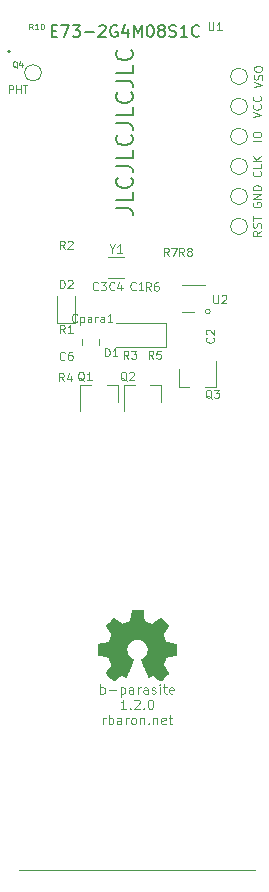
<source format=gbr>
G04 #@! TF.GenerationSoftware,KiCad,Pcbnew,(5.1.2-1)-1*
G04 #@! TF.CreationDate,2021-10-09T10:13:21+02:00*
G04 #@! TF.ProjectId,parasite,70617261-7369-4746-952e-6b696361645f,1.2.0*
G04 #@! TF.SameCoordinates,Original*
G04 #@! TF.FileFunction,Legend,Top*
G04 #@! TF.FilePolarity,Positive*
%FSLAX46Y46*%
G04 Gerber Fmt 4.6, Leading zero omitted, Abs format (unit mm)*
G04 Created by KiCad (PCBNEW (5.1.2-1)-1) date 2021-10-09 10:13:21*
%MOMM*%
%LPD*%
G04 APERTURE LIST*
%ADD10C,0.200000*%
%ADD11C,0.120000*%
%ADD12C,0.100000*%
%ADD13C,0.010000*%
%ADD14C,0.150000*%
G04 APERTURE END LIST*
D10*
X66233333Y-42966666D02*
X67233333Y-42966666D01*
X67433333Y-43033333D01*
X67566666Y-43166666D01*
X67633333Y-43366666D01*
X67633333Y-43500000D01*
X67633333Y-41633333D02*
X67633333Y-42300000D01*
X66233333Y-42300000D01*
X67500000Y-40366666D02*
X67566666Y-40433333D01*
X67633333Y-40633333D01*
X67633333Y-40766666D01*
X67566666Y-40966666D01*
X67433333Y-41100000D01*
X67300000Y-41166666D01*
X67033333Y-41233333D01*
X66833333Y-41233333D01*
X66566666Y-41166666D01*
X66433333Y-41100000D01*
X66300000Y-40966666D01*
X66233333Y-40766666D01*
X66233333Y-40633333D01*
X66300000Y-40433333D01*
X66366666Y-40366666D01*
X66233333Y-39366666D02*
X67233333Y-39366666D01*
X67433333Y-39433333D01*
X67566666Y-39566666D01*
X67633333Y-39766666D01*
X67633333Y-39900000D01*
X67633333Y-38033333D02*
X67633333Y-38700000D01*
X66233333Y-38700000D01*
X67500000Y-36766666D02*
X67566666Y-36833333D01*
X67633333Y-37033333D01*
X67633333Y-37166666D01*
X67566666Y-37366666D01*
X67433333Y-37500000D01*
X67300000Y-37566666D01*
X67033333Y-37633333D01*
X66833333Y-37633333D01*
X66566666Y-37566666D01*
X66433333Y-37500000D01*
X66300000Y-37366666D01*
X66233333Y-37166666D01*
X66233333Y-37033333D01*
X66300000Y-36833333D01*
X66366666Y-36766666D01*
X66233333Y-35766666D02*
X67233333Y-35766666D01*
X67433333Y-35833333D01*
X67566666Y-35966666D01*
X67633333Y-36166666D01*
X67633333Y-36300000D01*
X67633333Y-34433333D02*
X67633333Y-35100000D01*
X66233333Y-35100000D01*
X67500000Y-33166666D02*
X67566666Y-33233333D01*
X67633333Y-33433333D01*
X67633333Y-33566666D01*
X67566666Y-33766666D01*
X67433333Y-33900000D01*
X67300000Y-33966666D01*
X67033333Y-34033333D01*
X66833333Y-34033333D01*
X66566666Y-33966666D01*
X66433333Y-33900000D01*
X66300000Y-33766666D01*
X66233333Y-33566666D01*
X66233333Y-33433333D01*
X66300000Y-33233333D01*
X66366666Y-33166666D01*
X66233333Y-32166666D02*
X67233333Y-32166666D01*
X67433333Y-32233333D01*
X67566666Y-32366666D01*
X67633333Y-32566666D01*
X67633333Y-32700000D01*
X67633333Y-30833333D02*
X67633333Y-31500000D01*
X66233333Y-31500000D01*
X67500000Y-29566666D02*
X67566666Y-29633333D01*
X67633333Y-29833333D01*
X67633333Y-29966666D01*
X67566666Y-30166666D01*
X67433333Y-30300000D01*
X67300000Y-30366666D01*
X67033333Y-30433333D01*
X66833333Y-30433333D01*
X66566666Y-30366666D01*
X66433333Y-30300000D01*
X66300000Y-30166666D01*
X66233333Y-29966666D01*
X66233333Y-29833333D01*
X66300000Y-29633333D01*
X66366666Y-29566666D01*
D11*
X74200000Y-51700000D02*
G75*
G03X74200000Y-51700000I-200000J0D01*
G01*
D12*
X64914285Y-84061904D02*
X64914285Y-83261904D01*
X64914285Y-83566666D02*
X64990476Y-83528571D01*
X65142857Y-83528571D01*
X65219047Y-83566666D01*
X65257142Y-83604761D01*
X65295238Y-83680952D01*
X65295238Y-83909523D01*
X65257142Y-83985714D01*
X65219047Y-84023809D01*
X65142857Y-84061904D01*
X64990476Y-84061904D01*
X64914285Y-84023809D01*
X65638095Y-83757142D02*
X66247619Y-83757142D01*
X66628571Y-83528571D02*
X66628571Y-84328571D01*
X66628571Y-83566666D02*
X66704761Y-83528571D01*
X66857142Y-83528571D01*
X66933333Y-83566666D01*
X66971428Y-83604761D01*
X67009523Y-83680952D01*
X67009523Y-83909523D01*
X66971428Y-83985714D01*
X66933333Y-84023809D01*
X66857142Y-84061904D01*
X66704761Y-84061904D01*
X66628571Y-84023809D01*
X67695238Y-84061904D02*
X67695238Y-83642857D01*
X67657142Y-83566666D01*
X67580952Y-83528571D01*
X67428571Y-83528571D01*
X67352380Y-83566666D01*
X67695238Y-84023809D02*
X67619047Y-84061904D01*
X67428571Y-84061904D01*
X67352380Y-84023809D01*
X67314285Y-83947619D01*
X67314285Y-83871428D01*
X67352380Y-83795238D01*
X67428571Y-83757142D01*
X67619047Y-83757142D01*
X67695238Y-83719047D01*
X68076190Y-84061904D02*
X68076190Y-83528571D01*
X68076190Y-83680952D02*
X68114285Y-83604761D01*
X68152380Y-83566666D01*
X68228571Y-83528571D01*
X68304761Y-83528571D01*
X68914285Y-84061904D02*
X68914285Y-83642857D01*
X68876190Y-83566666D01*
X68800000Y-83528571D01*
X68647619Y-83528571D01*
X68571428Y-83566666D01*
X68914285Y-84023809D02*
X68838095Y-84061904D01*
X68647619Y-84061904D01*
X68571428Y-84023809D01*
X68533333Y-83947619D01*
X68533333Y-83871428D01*
X68571428Y-83795238D01*
X68647619Y-83757142D01*
X68838095Y-83757142D01*
X68914285Y-83719047D01*
X69257142Y-84023809D02*
X69333333Y-84061904D01*
X69485714Y-84061904D01*
X69561904Y-84023809D01*
X69600000Y-83947619D01*
X69600000Y-83909523D01*
X69561904Y-83833333D01*
X69485714Y-83795238D01*
X69371428Y-83795238D01*
X69295238Y-83757142D01*
X69257142Y-83680952D01*
X69257142Y-83642857D01*
X69295238Y-83566666D01*
X69371428Y-83528571D01*
X69485714Y-83528571D01*
X69561904Y-83566666D01*
X69942857Y-84061904D02*
X69942857Y-83528571D01*
X69942857Y-83261904D02*
X69904761Y-83300000D01*
X69942857Y-83338095D01*
X69980952Y-83300000D01*
X69942857Y-83261904D01*
X69942857Y-83338095D01*
X70209523Y-83528571D02*
X70514285Y-83528571D01*
X70323809Y-83261904D02*
X70323809Y-83947619D01*
X70361904Y-84023809D01*
X70438095Y-84061904D01*
X70514285Y-84061904D01*
X71085714Y-84023809D02*
X71009523Y-84061904D01*
X70857142Y-84061904D01*
X70780952Y-84023809D01*
X70742857Y-83947619D01*
X70742857Y-83642857D01*
X70780952Y-83566666D01*
X70857142Y-83528571D01*
X71009523Y-83528571D01*
X71085714Y-83566666D01*
X71123809Y-83642857D01*
X71123809Y-83719047D01*
X70742857Y-83795238D01*
X67085714Y-85361904D02*
X66628571Y-85361904D01*
X66857142Y-85361904D02*
X66857142Y-84561904D01*
X66780952Y-84676190D01*
X66704761Y-84752380D01*
X66628571Y-84790476D01*
X67428571Y-85285714D02*
X67466666Y-85323809D01*
X67428571Y-85361904D01*
X67390476Y-85323809D01*
X67428571Y-85285714D01*
X67428571Y-85361904D01*
X67771428Y-84638095D02*
X67809523Y-84600000D01*
X67885714Y-84561904D01*
X68076190Y-84561904D01*
X68152380Y-84600000D01*
X68190476Y-84638095D01*
X68228571Y-84714285D01*
X68228571Y-84790476D01*
X68190476Y-84904761D01*
X67733333Y-85361904D01*
X68228571Y-85361904D01*
X68571428Y-85285714D02*
X68609523Y-85323809D01*
X68571428Y-85361904D01*
X68533333Y-85323809D01*
X68571428Y-85285714D01*
X68571428Y-85361904D01*
X69104761Y-84561904D02*
X69180952Y-84561904D01*
X69257142Y-84600000D01*
X69295238Y-84638095D01*
X69333333Y-84714285D01*
X69371428Y-84866666D01*
X69371428Y-85057142D01*
X69333333Y-85209523D01*
X69295238Y-85285714D01*
X69257142Y-85323809D01*
X69180952Y-85361904D01*
X69104761Y-85361904D01*
X69028571Y-85323809D01*
X68990476Y-85285714D01*
X68952380Y-85209523D01*
X68914285Y-85057142D01*
X68914285Y-84866666D01*
X68952380Y-84714285D01*
X68990476Y-84638095D01*
X69028571Y-84600000D01*
X69104761Y-84561904D01*
X65123809Y-86661904D02*
X65123809Y-86128571D01*
X65123809Y-86280952D02*
X65161904Y-86204761D01*
X65200000Y-86166666D01*
X65276190Y-86128571D01*
X65352380Y-86128571D01*
X65619047Y-86661904D02*
X65619047Y-85861904D01*
X65619047Y-86166666D02*
X65695238Y-86128571D01*
X65847619Y-86128571D01*
X65923809Y-86166666D01*
X65961904Y-86204761D01*
X66000000Y-86280952D01*
X66000000Y-86509523D01*
X65961904Y-86585714D01*
X65923809Y-86623809D01*
X65847619Y-86661904D01*
X65695238Y-86661904D01*
X65619047Y-86623809D01*
X66685714Y-86661904D02*
X66685714Y-86242857D01*
X66647619Y-86166666D01*
X66571428Y-86128571D01*
X66419047Y-86128571D01*
X66342857Y-86166666D01*
X66685714Y-86623809D02*
X66609523Y-86661904D01*
X66419047Y-86661904D01*
X66342857Y-86623809D01*
X66304761Y-86547619D01*
X66304761Y-86471428D01*
X66342857Y-86395238D01*
X66419047Y-86357142D01*
X66609523Y-86357142D01*
X66685714Y-86319047D01*
X67066666Y-86661904D02*
X67066666Y-86128571D01*
X67066666Y-86280952D02*
X67104761Y-86204761D01*
X67142857Y-86166666D01*
X67219047Y-86128571D01*
X67295238Y-86128571D01*
X67676190Y-86661904D02*
X67600000Y-86623809D01*
X67561904Y-86585714D01*
X67523809Y-86509523D01*
X67523809Y-86280952D01*
X67561904Y-86204761D01*
X67600000Y-86166666D01*
X67676190Y-86128571D01*
X67790476Y-86128571D01*
X67866666Y-86166666D01*
X67904761Y-86204761D01*
X67942857Y-86280952D01*
X67942857Y-86509523D01*
X67904761Y-86585714D01*
X67866666Y-86623809D01*
X67790476Y-86661904D01*
X67676190Y-86661904D01*
X68285714Y-86128571D02*
X68285714Y-86661904D01*
X68285714Y-86204761D02*
X68323809Y-86166666D01*
X68400000Y-86128571D01*
X68514285Y-86128571D01*
X68590476Y-86166666D01*
X68628571Y-86242857D01*
X68628571Y-86661904D01*
X69009523Y-86585714D02*
X69047619Y-86623809D01*
X69009523Y-86661904D01*
X68971428Y-86623809D01*
X69009523Y-86585714D01*
X69009523Y-86661904D01*
X69390476Y-86128571D02*
X69390476Y-86661904D01*
X69390476Y-86204761D02*
X69428571Y-86166666D01*
X69504761Y-86128571D01*
X69619047Y-86128571D01*
X69695238Y-86166666D01*
X69733333Y-86242857D01*
X69733333Y-86661904D01*
X70419047Y-86623809D02*
X70342857Y-86661904D01*
X70190476Y-86661904D01*
X70114285Y-86623809D01*
X70076190Y-86547619D01*
X70076190Y-86242857D01*
X70114285Y-86166666D01*
X70190476Y-86128571D01*
X70342857Y-86128571D01*
X70419047Y-86166666D01*
X70457142Y-86242857D01*
X70457142Y-86319047D01*
X70076190Y-86395238D01*
X70685714Y-86128571D02*
X70990476Y-86128571D01*
X70800000Y-85861904D02*
X70800000Y-86547619D01*
X70838095Y-86623809D01*
X70914285Y-86661904D01*
X70990476Y-86661904D01*
D11*
X58000000Y-99000000D02*
X78000000Y-99000000D01*
X59900000Y-31500000D02*
G75*
G03X59900000Y-31500000I-700000J0D01*
G01*
D10*
X57250000Y-29700000D02*
G75*
G03X57250000Y-29700000I-100000J0D01*
G01*
D13*
G36*
X68555814Y-77468931D02*
G01*
X68639635Y-77913555D01*
X68948920Y-78041053D01*
X69258206Y-78168551D01*
X69629246Y-77916246D01*
X69733157Y-77845996D01*
X69827087Y-77783272D01*
X69906652Y-77730938D01*
X69967470Y-77691857D01*
X70005157Y-77668893D01*
X70015421Y-77663942D01*
X70033910Y-77676676D01*
X70073420Y-77711882D01*
X70129522Y-77765062D01*
X70197787Y-77831718D01*
X70273786Y-77907354D01*
X70353092Y-77987472D01*
X70431275Y-78067574D01*
X70503907Y-78143164D01*
X70566559Y-78209745D01*
X70614803Y-78262818D01*
X70644210Y-78297887D01*
X70651241Y-78309623D01*
X70641123Y-78331260D01*
X70612759Y-78378662D01*
X70569129Y-78447193D01*
X70513218Y-78532215D01*
X70448006Y-78629093D01*
X70410219Y-78684350D01*
X70341343Y-78785248D01*
X70280140Y-78876299D01*
X70229578Y-78952970D01*
X70192628Y-79010728D01*
X70172258Y-79045043D01*
X70169197Y-79052254D01*
X70176136Y-79072748D01*
X70195051Y-79120513D01*
X70223087Y-79188832D01*
X70257391Y-79270989D01*
X70295109Y-79360270D01*
X70333387Y-79449958D01*
X70369370Y-79533338D01*
X70400206Y-79603694D01*
X70423039Y-79654310D01*
X70435017Y-79678471D01*
X70435724Y-79679422D01*
X70454531Y-79684036D01*
X70504618Y-79694328D01*
X70580793Y-79709287D01*
X70677865Y-79727901D01*
X70790643Y-79749159D01*
X70856442Y-79761418D01*
X70976950Y-79784362D01*
X71085797Y-79806195D01*
X71177476Y-79825722D01*
X71246481Y-79841748D01*
X71287304Y-79853079D01*
X71295511Y-79856674D01*
X71303548Y-79881006D01*
X71310033Y-79935959D01*
X71314970Y-80015108D01*
X71318364Y-80112026D01*
X71320218Y-80220287D01*
X71320538Y-80333465D01*
X71319327Y-80445135D01*
X71316590Y-80548868D01*
X71312331Y-80638241D01*
X71306555Y-80706826D01*
X71299267Y-80748197D01*
X71294895Y-80756810D01*
X71268764Y-80767133D01*
X71213393Y-80781892D01*
X71136107Y-80799352D01*
X71044230Y-80817780D01*
X71012158Y-80823741D01*
X70857524Y-80852066D01*
X70735375Y-80874876D01*
X70641673Y-80893080D01*
X70572384Y-80907583D01*
X70523471Y-80919292D01*
X70490897Y-80929115D01*
X70470628Y-80937956D01*
X70458626Y-80946724D01*
X70456947Y-80948457D01*
X70440184Y-80976371D01*
X70414614Y-81030695D01*
X70382788Y-81104777D01*
X70347260Y-81191965D01*
X70310583Y-81285608D01*
X70275311Y-81379052D01*
X70243996Y-81465647D01*
X70219193Y-81538740D01*
X70203454Y-81591678D01*
X70199332Y-81617811D01*
X70199676Y-81618726D01*
X70213641Y-81640086D01*
X70245322Y-81687084D01*
X70291391Y-81754827D01*
X70348518Y-81838423D01*
X70413373Y-81932982D01*
X70431843Y-81959854D01*
X70497699Y-82057275D01*
X70555650Y-82146163D01*
X70602538Y-82221412D01*
X70635207Y-82277920D01*
X70650500Y-82310581D01*
X70651241Y-82314593D01*
X70638392Y-82335684D01*
X70602888Y-82377464D01*
X70549293Y-82435445D01*
X70482171Y-82505135D01*
X70406087Y-82582045D01*
X70325604Y-82661683D01*
X70245287Y-82739561D01*
X70169699Y-82811186D01*
X70103405Y-82872070D01*
X70050969Y-82917721D01*
X70016955Y-82943650D01*
X70007545Y-82947883D01*
X69985643Y-82937912D01*
X69940800Y-82911020D01*
X69880321Y-82871736D01*
X69833789Y-82840117D01*
X69749475Y-82782098D01*
X69649626Y-82713784D01*
X69549473Y-82645579D01*
X69495627Y-82609075D01*
X69313371Y-82485800D01*
X69160381Y-82568520D01*
X69090682Y-82604759D01*
X69031414Y-82632926D01*
X68991311Y-82648991D01*
X68981103Y-82651226D01*
X68968829Y-82634722D01*
X68944613Y-82588082D01*
X68910263Y-82515609D01*
X68867588Y-82421606D01*
X68818394Y-82310374D01*
X68764490Y-82186215D01*
X68707684Y-82053432D01*
X68649782Y-81916327D01*
X68592593Y-81779202D01*
X68537924Y-81646358D01*
X68487584Y-81522098D01*
X68443380Y-81410725D01*
X68407119Y-81316539D01*
X68380609Y-81243844D01*
X68365658Y-81196941D01*
X68363254Y-81180833D01*
X68382311Y-81160286D01*
X68424036Y-81126933D01*
X68479706Y-81087702D01*
X68484378Y-81084599D01*
X68628264Y-80969423D01*
X68744283Y-80835053D01*
X68831430Y-80685784D01*
X68888699Y-80525913D01*
X68915086Y-80359737D01*
X68909585Y-80191552D01*
X68871190Y-80025655D01*
X68798895Y-79866342D01*
X68777626Y-79831487D01*
X68666996Y-79690737D01*
X68536302Y-79577714D01*
X68390064Y-79493003D01*
X68232808Y-79437194D01*
X68069057Y-79410874D01*
X67903333Y-79414630D01*
X67740162Y-79449050D01*
X67584065Y-79514723D01*
X67439567Y-79612235D01*
X67394869Y-79651813D01*
X67281112Y-79775703D01*
X67198218Y-79906124D01*
X67141356Y-80052315D01*
X67109687Y-80197088D01*
X67101869Y-80359860D01*
X67127938Y-80523440D01*
X67185245Y-80682298D01*
X67271144Y-80830906D01*
X67382986Y-80963735D01*
X67518123Y-81075256D01*
X67535883Y-81087011D01*
X67592150Y-81125508D01*
X67634923Y-81158863D01*
X67655372Y-81180160D01*
X67655669Y-81180833D01*
X67651279Y-81203871D01*
X67633876Y-81256157D01*
X67605268Y-81333390D01*
X67567265Y-81431268D01*
X67521674Y-81545491D01*
X67470303Y-81671758D01*
X67414962Y-81805767D01*
X67357458Y-81943218D01*
X67299601Y-82079808D01*
X67243198Y-82211237D01*
X67190058Y-82333205D01*
X67141990Y-82441409D01*
X67100801Y-82531549D01*
X67068301Y-82599323D01*
X67046297Y-82640430D01*
X67037436Y-82651226D01*
X67010360Y-82642819D01*
X66959697Y-82620272D01*
X66894183Y-82587613D01*
X66858159Y-82568520D01*
X66705168Y-82485800D01*
X66522912Y-82609075D01*
X66429875Y-82672228D01*
X66328015Y-82741727D01*
X66232562Y-82807165D01*
X66184750Y-82840117D01*
X66117505Y-82885273D01*
X66060564Y-82921057D01*
X66021354Y-82942938D01*
X66008619Y-82947563D01*
X65990083Y-82935085D01*
X65949059Y-82900252D01*
X65889525Y-82846678D01*
X65815458Y-82777983D01*
X65730835Y-82697781D01*
X65677315Y-82646286D01*
X65583681Y-82554286D01*
X65502759Y-82471999D01*
X65437823Y-82402945D01*
X65392142Y-82350644D01*
X65368989Y-82318616D01*
X65366768Y-82312116D01*
X65377076Y-82287394D01*
X65405561Y-82237405D01*
X65449063Y-82167212D01*
X65504423Y-82081875D01*
X65568480Y-81986456D01*
X65586697Y-81959854D01*
X65653073Y-81863167D01*
X65712622Y-81776117D01*
X65762016Y-81703595D01*
X65797925Y-81650493D01*
X65817019Y-81621703D01*
X65818864Y-81618726D01*
X65816105Y-81595782D01*
X65801462Y-81545336D01*
X65777487Y-81474041D01*
X65746734Y-81388547D01*
X65711756Y-81295507D01*
X65675107Y-81201574D01*
X65639339Y-81113399D01*
X65607006Y-81037634D01*
X65580662Y-80980931D01*
X65562858Y-80949943D01*
X65561593Y-80948457D01*
X65550706Y-80939601D01*
X65532318Y-80930843D01*
X65502394Y-80921277D01*
X65456897Y-80909996D01*
X65391791Y-80896093D01*
X65303039Y-80878663D01*
X65186607Y-80856798D01*
X65038458Y-80829591D01*
X65006382Y-80823741D01*
X64911314Y-80805374D01*
X64828435Y-80787405D01*
X64765070Y-80771569D01*
X64728542Y-80759600D01*
X64723644Y-80756810D01*
X64715573Y-80732072D01*
X64709013Y-80676790D01*
X64703967Y-80597389D01*
X64700441Y-80500296D01*
X64698439Y-80391938D01*
X64697964Y-80278740D01*
X64699023Y-80167128D01*
X64701618Y-80063529D01*
X64705754Y-79974368D01*
X64711437Y-79906072D01*
X64718669Y-79865066D01*
X64723029Y-79856674D01*
X64747302Y-79848208D01*
X64802574Y-79834435D01*
X64883338Y-79816550D01*
X64984088Y-79795748D01*
X65099317Y-79773223D01*
X65162098Y-79761418D01*
X65281213Y-79739151D01*
X65387435Y-79718979D01*
X65475573Y-79701915D01*
X65540434Y-79688969D01*
X65576826Y-79681155D01*
X65582816Y-79679422D01*
X65592939Y-79659890D01*
X65614338Y-79612843D01*
X65644161Y-79545003D01*
X65679555Y-79463091D01*
X65717668Y-79373828D01*
X65755647Y-79283935D01*
X65790640Y-79200135D01*
X65819794Y-79129147D01*
X65840257Y-79077694D01*
X65849177Y-79052497D01*
X65849343Y-79051396D01*
X65839231Y-79031519D01*
X65810883Y-78985777D01*
X65767277Y-78918717D01*
X65711394Y-78834884D01*
X65646213Y-78738826D01*
X65608321Y-78683650D01*
X65539275Y-78582481D01*
X65477950Y-78490630D01*
X65427337Y-78412744D01*
X65390429Y-78353469D01*
X65370218Y-78317451D01*
X65367299Y-78309377D01*
X65379847Y-78290584D01*
X65414537Y-78250457D01*
X65466937Y-78193493D01*
X65532616Y-78124185D01*
X65607144Y-78047031D01*
X65686087Y-77966525D01*
X65765017Y-77887163D01*
X65839500Y-77813440D01*
X65905106Y-77749852D01*
X65957404Y-77700894D01*
X65991961Y-77671061D01*
X66003522Y-77663942D01*
X66022346Y-77673953D01*
X66067369Y-77702078D01*
X66134213Y-77745454D01*
X66218501Y-77801218D01*
X66315856Y-77866506D01*
X66389293Y-77916246D01*
X66760333Y-78168551D01*
X67378905Y-77913555D01*
X67462725Y-77468931D01*
X67546546Y-77024307D01*
X68471994Y-77024307D01*
X68555814Y-77468931D01*
X68555814Y-77468931D01*
G37*
X68555814Y-77468931D02*
X68639635Y-77913555D01*
X68948920Y-78041053D01*
X69258206Y-78168551D01*
X69629246Y-77916246D01*
X69733157Y-77845996D01*
X69827087Y-77783272D01*
X69906652Y-77730938D01*
X69967470Y-77691857D01*
X70005157Y-77668893D01*
X70015421Y-77663942D01*
X70033910Y-77676676D01*
X70073420Y-77711882D01*
X70129522Y-77765062D01*
X70197787Y-77831718D01*
X70273786Y-77907354D01*
X70353092Y-77987472D01*
X70431275Y-78067574D01*
X70503907Y-78143164D01*
X70566559Y-78209745D01*
X70614803Y-78262818D01*
X70644210Y-78297887D01*
X70651241Y-78309623D01*
X70641123Y-78331260D01*
X70612759Y-78378662D01*
X70569129Y-78447193D01*
X70513218Y-78532215D01*
X70448006Y-78629093D01*
X70410219Y-78684350D01*
X70341343Y-78785248D01*
X70280140Y-78876299D01*
X70229578Y-78952970D01*
X70192628Y-79010728D01*
X70172258Y-79045043D01*
X70169197Y-79052254D01*
X70176136Y-79072748D01*
X70195051Y-79120513D01*
X70223087Y-79188832D01*
X70257391Y-79270989D01*
X70295109Y-79360270D01*
X70333387Y-79449958D01*
X70369370Y-79533338D01*
X70400206Y-79603694D01*
X70423039Y-79654310D01*
X70435017Y-79678471D01*
X70435724Y-79679422D01*
X70454531Y-79684036D01*
X70504618Y-79694328D01*
X70580793Y-79709287D01*
X70677865Y-79727901D01*
X70790643Y-79749159D01*
X70856442Y-79761418D01*
X70976950Y-79784362D01*
X71085797Y-79806195D01*
X71177476Y-79825722D01*
X71246481Y-79841748D01*
X71287304Y-79853079D01*
X71295511Y-79856674D01*
X71303548Y-79881006D01*
X71310033Y-79935959D01*
X71314970Y-80015108D01*
X71318364Y-80112026D01*
X71320218Y-80220287D01*
X71320538Y-80333465D01*
X71319327Y-80445135D01*
X71316590Y-80548868D01*
X71312331Y-80638241D01*
X71306555Y-80706826D01*
X71299267Y-80748197D01*
X71294895Y-80756810D01*
X71268764Y-80767133D01*
X71213393Y-80781892D01*
X71136107Y-80799352D01*
X71044230Y-80817780D01*
X71012158Y-80823741D01*
X70857524Y-80852066D01*
X70735375Y-80874876D01*
X70641673Y-80893080D01*
X70572384Y-80907583D01*
X70523471Y-80919292D01*
X70490897Y-80929115D01*
X70470628Y-80937956D01*
X70458626Y-80946724D01*
X70456947Y-80948457D01*
X70440184Y-80976371D01*
X70414614Y-81030695D01*
X70382788Y-81104777D01*
X70347260Y-81191965D01*
X70310583Y-81285608D01*
X70275311Y-81379052D01*
X70243996Y-81465647D01*
X70219193Y-81538740D01*
X70203454Y-81591678D01*
X70199332Y-81617811D01*
X70199676Y-81618726D01*
X70213641Y-81640086D01*
X70245322Y-81687084D01*
X70291391Y-81754827D01*
X70348518Y-81838423D01*
X70413373Y-81932982D01*
X70431843Y-81959854D01*
X70497699Y-82057275D01*
X70555650Y-82146163D01*
X70602538Y-82221412D01*
X70635207Y-82277920D01*
X70650500Y-82310581D01*
X70651241Y-82314593D01*
X70638392Y-82335684D01*
X70602888Y-82377464D01*
X70549293Y-82435445D01*
X70482171Y-82505135D01*
X70406087Y-82582045D01*
X70325604Y-82661683D01*
X70245287Y-82739561D01*
X70169699Y-82811186D01*
X70103405Y-82872070D01*
X70050969Y-82917721D01*
X70016955Y-82943650D01*
X70007545Y-82947883D01*
X69985643Y-82937912D01*
X69940800Y-82911020D01*
X69880321Y-82871736D01*
X69833789Y-82840117D01*
X69749475Y-82782098D01*
X69649626Y-82713784D01*
X69549473Y-82645579D01*
X69495627Y-82609075D01*
X69313371Y-82485800D01*
X69160381Y-82568520D01*
X69090682Y-82604759D01*
X69031414Y-82632926D01*
X68991311Y-82648991D01*
X68981103Y-82651226D01*
X68968829Y-82634722D01*
X68944613Y-82588082D01*
X68910263Y-82515609D01*
X68867588Y-82421606D01*
X68818394Y-82310374D01*
X68764490Y-82186215D01*
X68707684Y-82053432D01*
X68649782Y-81916327D01*
X68592593Y-81779202D01*
X68537924Y-81646358D01*
X68487584Y-81522098D01*
X68443380Y-81410725D01*
X68407119Y-81316539D01*
X68380609Y-81243844D01*
X68365658Y-81196941D01*
X68363254Y-81180833D01*
X68382311Y-81160286D01*
X68424036Y-81126933D01*
X68479706Y-81087702D01*
X68484378Y-81084599D01*
X68628264Y-80969423D01*
X68744283Y-80835053D01*
X68831430Y-80685784D01*
X68888699Y-80525913D01*
X68915086Y-80359737D01*
X68909585Y-80191552D01*
X68871190Y-80025655D01*
X68798895Y-79866342D01*
X68777626Y-79831487D01*
X68666996Y-79690737D01*
X68536302Y-79577714D01*
X68390064Y-79493003D01*
X68232808Y-79437194D01*
X68069057Y-79410874D01*
X67903333Y-79414630D01*
X67740162Y-79449050D01*
X67584065Y-79514723D01*
X67439567Y-79612235D01*
X67394869Y-79651813D01*
X67281112Y-79775703D01*
X67198218Y-79906124D01*
X67141356Y-80052315D01*
X67109687Y-80197088D01*
X67101869Y-80359860D01*
X67127938Y-80523440D01*
X67185245Y-80682298D01*
X67271144Y-80830906D01*
X67382986Y-80963735D01*
X67518123Y-81075256D01*
X67535883Y-81087011D01*
X67592150Y-81125508D01*
X67634923Y-81158863D01*
X67655372Y-81180160D01*
X67655669Y-81180833D01*
X67651279Y-81203871D01*
X67633876Y-81256157D01*
X67605268Y-81333390D01*
X67567265Y-81431268D01*
X67521674Y-81545491D01*
X67470303Y-81671758D01*
X67414962Y-81805767D01*
X67357458Y-81943218D01*
X67299601Y-82079808D01*
X67243198Y-82211237D01*
X67190058Y-82333205D01*
X67141990Y-82441409D01*
X67100801Y-82531549D01*
X67068301Y-82599323D01*
X67046297Y-82640430D01*
X67037436Y-82651226D01*
X67010360Y-82642819D01*
X66959697Y-82620272D01*
X66894183Y-82587613D01*
X66858159Y-82568520D01*
X66705168Y-82485800D01*
X66522912Y-82609075D01*
X66429875Y-82672228D01*
X66328015Y-82741727D01*
X66232562Y-82807165D01*
X66184750Y-82840117D01*
X66117505Y-82885273D01*
X66060564Y-82921057D01*
X66021354Y-82942938D01*
X66008619Y-82947563D01*
X65990083Y-82935085D01*
X65949059Y-82900252D01*
X65889525Y-82846678D01*
X65815458Y-82777983D01*
X65730835Y-82697781D01*
X65677315Y-82646286D01*
X65583681Y-82554286D01*
X65502759Y-82471999D01*
X65437823Y-82402945D01*
X65392142Y-82350644D01*
X65368989Y-82318616D01*
X65366768Y-82312116D01*
X65377076Y-82287394D01*
X65405561Y-82237405D01*
X65449063Y-82167212D01*
X65504423Y-82081875D01*
X65568480Y-81986456D01*
X65586697Y-81959854D01*
X65653073Y-81863167D01*
X65712622Y-81776117D01*
X65762016Y-81703595D01*
X65797925Y-81650493D01*
X65817019Y-81621703D01*
X65818864Y-81618726D01*
X65816105Y-81595782D01*
X65801462Y-81545336D01*
X65777487Y-81474041D01*
X65746734Y-81388547D01*
X65711756Y-81295507D01*
X65675107Y-81201574D01*
X65639339Y-81113399D01*
X65607006Y-81037634D01*
X65580662Y-80980931D01*
X65562858Y-80949943D01*
X65561593Y-80948457D01*
X65550706Y-80939601D01*
X65532318Y-80930843D01*
X65502394Y-80921277D01*
X65456897Y-80909996D01*
X65391791Y-80896093D01*
X65303039Y-80878663D01*
X65186607Y-80856798D01*
X65038458Y-80829591D01*
X65006382Y-80823741D01*
X64911314Y-80805374D01*
X64828435Y-80787405D01*
X64765070Y-80771569D01*
X64728542Y-80759600D01*
X64723644Y-80756810D01*
X64715573Y-80732072D01*
X64709013Y-80676790D01*
X64703967Y-80597389D01*
X64700441Y-80500296D01*
X64698439Y-80391938D01*
X64697964Y-80278740D01*
X64699023Y-80167128D01*
X64701618Y-80063529D01*
X64705754Y-79974368D01*
X64711437Y-79906072D01*
X64718669Y-79865066D01*
X64723029Y-79856674D01*
X64747302Y-79848208D01*
X64802574Y-79834435D01*
X64883338Y-79816550D01*
X64984088Y-79795748D01*
X65099317Y-79773223D01*
X65162098Y-79761418D01*
X65281213Y-79739151D01*
X65387435Y-79718979D01*
X65475573Y-79701915D01*
X65540434Y-79688969D01*
X65576826Y-79681155D01*
X65582816Y-79679422D01*
X65592939Y-79659890D01*
X65614338Y-79612843D01*
X65644161Y-79545003D01*
X65679555Y-79463091D01*
X65717668Y-79373828D01*
X65755647Y-79283935D01*
X65790640Y-79200135D01*
X65819794Y-79129147D01*
X65840257Y-79077694D01*
X65849177Y-79052497D01*
X65849343Y-79051396D01*
X65839231Y-79031519D01*
X65810883Y-78985777D01*
X65767277Y-78918717D01*
X65711394Y-78834884D01*
X65646213Y-78738826D01*
X65608321Y-78683650D01*
X65539275Y-78582481D01*
X65477950Y-78490630D01*
X65427337Y-78412744D01*
X65390429Y-78353469D01*
X65370218Y-78317451D01*
X65367299Y-78309377D01*
X65379847Y-78290584D01*
X65414537Y-78250457D01*
X65466937Y-78193493D01*
X65532616Y-78124185D01*
X65607144Y-78047031D01*
X65686087Y-77966525D01*
X65765017Y-77887163D01*
X65839500Y-77813440D01*
X65905106Y-77749852D01*
X65957404Y-77700894D01*
X65991961Y-77671061D01*
X66003522Y-77663942D01*
X66022346Y-77673953D01*
X66067369Y-77702078D01*
X66134213Y-77745454D01*
X66218501Y-77801218D01*
X66315856Y-77866506D01*
X66389293Y-77916246D01*
X66760333Y-78168551D01*
X67378905Y-77913555D01*
X67462725Y-77468931D01*
X67546546Y-77024307D01*
X68471994Y-77024307D01*
X68555814Y-77468931D01*
D11*
X72800000Y-51710000D02*
X71800000Y-51710000D01*
X73800000Y-49490000D02*
X71800000Y-49490000D01*
X66925000Y-47125000D02*
X65575000Y-47125000D01*
X66925000Y-48875000D02*
X65575000Y-48875000D01*
X71520000Y-58060000D02*
X72450000Y-58060000D01*
X74680000Y-58060000D02*
X73750000Y-58060000D01*
X74680000Y-58060000D02*
X74680000Y-55900000D01*
X71520000Y-58060000D02*
X71520000Y-56600000D01*
X61265000Y-50412500D02*
X61265000Y-52697500D01*
X61265000Y-52697500D02*
X62735000Y-52697500D01*
X62735000Y-52697500D02*
X62735000Y-50412500D01*
X77340000Y-34340000D02*
G75*
G03X77340000Y-34340000I-700000J0D01*
G01*
X77340000Y-41960000D02*
G75*
G03X77340000Y-41960000I-700000J0D01*
G01*
X77340000Y-44500000D02*
G75*
G03X77340000Y-44500000I-700000J0D01*
G01*
X77340000Y-39420000D02*
G75*
G03X77340000Y-39420000I-700000J0D01*
G01*
X77340000Y-36880000D02*
G75*
G03X77340000Y-36880000I-700000J0D01*
G01*
X70030000Y-57940000D02*
X69100000Y-57940000D01*
X66870000Y-57940000D02*
X67800000Y-57940000D01*
X66870000Y-57940000D02*
X66870000Y-60100000D01*
X70030000Y-57940000D02*
X70030000Y-59400000D01*
X66380000Y-57940000D02*
X65450000Y-57940000D01*
X63220000Y-57940000D02*
X64150000Y-57940000D01*
X63220000Y-57940000D02*
X63220000Y-60100000D01*
X66380000Y-57940000D02*
X66380000Y-59400000D01*
X63390000Y-54558578D02*
X63390000Y-54041422D01*
X64810000Y-54558578D02*
X64810000Y-54041422D01*
X70500000Y-52700000D02*
X66200000Y-52700000D01*
X70500000Y-54700000D02*
X70500000Y-52700000D01*
X66200000Y-54700000D02*
X70500000Y-54700000D01*
X77340000Y-31800000D02*
G75*
G03X77340000Y-31800000I-700000J0D01*
G01*
D12*
X57200000Y-33171428D02*
X57200000Y-32571428D01*
X57428571Y-32571428D01*
X57485714Y-32600000D01*
X57514285Y-32628571D01*
X57542857Y-32685714D01*
X57542857Y-32771428D01*
X57514285Y-32828571D01*
X57485714Y-32857142D01*
X57428571Y-32885714D01*
X57200000Y-32885714D01*
X57800000Y-33171428D02*
X57800000Y-32571428D01*
X57800000Y-32857142D02*
X58142857Y-32857142D01*
X58142857Y-33171428D02*
X58142857Y-32571428D01*
X58342857Y-32571428D02*
X58685714Y-32571428D01*
X58514285Y-33171428D02*
X58514285Y-32571428D01*
D11*
X74066666Y-27216666D02*
X74066666Y-27783333D01*
X74100000Y-27850000D01*
X74133333Y-27883333D01*
X74200000Y-27916666D01*
X74333333Y-27916666D01*
X74400000Y-27883333D01*
X74433333Y-27850000D01*
X74466666Y-27783333D01*
X74466666Y-27216666D01*
X75166666Y-27916666D02*
X74766666Y-27916666D01*
X74966666Y-27916666D02*
X74966666Y-27216666D01*
X74900000Y-27316666D01*
X74833333Y-27383333D01*
X74766666Y-27416666D01*
D14*
X60785714Y-27928571D02*
X61119047Y-27928571D01*
X61261904Y-28452380D02*
X60785714Y-28452380D01*
X60785714Y-27452380D01*
X61261904Y-27452380D01*
X61595238Y-27452380D02*
X62261904Y-27452380D01*
X61833333Y-28452380D01*
X62547619Y-27452380D02*
X63166666Y-27452380D01*
X62833333Y-27833333D01*
X62976190Y-27833333D01*
X63071428Y-27880952D01*
X63119047Y-27928571D01*
X63166666Y-28023809D01*
X63166666Y-28261904D01*
X63119047Y-28357142D01*
X63071428Y-28404761D01*
X62976190Y-28452380D01*
X62690476Y-28452380D01*
X62595238Y-28404761D01*
X62547619Y-28357142D01*
X63595238Y-28071428D02*
X64357142Y-28071428D01*
X64785714Y-27547619D02*
X64833333Y-27500000D01*
X64928571Y-27452380D01*
X65166666Y-27452380D01*
X65261904Y-27500000D01*
X65309523Y-27547619D01*
X65357142Y-27642857D01*
X65357142Y-27738095D01*
X65309523Y-27880952D01*
X64738095Y-28452380D01*
X65357142Y-28452380D01*
X66309523Y-27500000D02*
X66214285Y-27452380D01*
X66071428Y-27452380D01*
X65928571Y-27500000D01*
X65833333Y-27595238D01*
X65785714Y-27690476D01*
X65738095Y-27880952D01*
X65738095Y-28023809D01*
X65785714Y-28214285D01*
X65833333Y-28309523D01*
X65928571Y-28404761D01*
X66071428Y-28452380D01*
X66166666Y-28452380D01*
X66309523Y-28404761D01*
X66357142Y-28357142D01*
X66357142Y-28023809D01*
X66166666Y-28023809D01*
X67214285Y-27785714D02*
X67214285Y-28452380D01*
X66976190Y-27404761D02*
X66738095Y-28119047D01*
X67357142Y-28119047D01*
X67738095Y-28452380D02*
X67738095Y-27452380D01*
X68071428Y-28166666D01*
X68404761Y-27452380D01*
X68404761Y-28452380D01*
X69071428Y-27452380D02*
X69166666Y-27452380D01*
X69261904Y-27500000D01*
X69309523Y-27547619D01*
X69357142Y-27642857D01*
X69404761Y-27833333D01*
X69404761Y-28071428D01*
X69357142Y-28261904D01*
X69309523Y-28357142D01*
X69261904Y-28404761D01*
X69166666Y-28452380D01*
X69071428Y-28452380D01*
X68976190Y-28404761D01*
X68928571Y-28357142D01*
X68880952Y-28261904D01*
X68833333Y-28071428D01*
X68833333Y-27833333D01*
X68880952Y-27642857D01*
X68928571Y-27547619D01*
X68976190Y-27500000D01*
X69071428Y-27452380D01*
X69976190Y-27880952D02*
X69880952Y-27833333D01*
X69833333Y-27785714D01*
X69785714Y-27690476D01*
X69785714Y-27642857D01*
X69833333Y-27547619D01*
X69880952Y-27500000D01*
X69976190Y-27452380D01*
X70166666Y-27452380D01*
X70261904Y-27500000D01*
X70309523Y-27547619D01*
X70357142Y-27642857D01*
X70357142Y-27690476D01*
X70309523Y-27785714D01*
X70261904Y-27833333D01*
X70166666Y-27880952D01*
X69976190Y-27880952D01*
X69880952Y-27928571D01*
X69833333Y-27976190D01*
X69785714Y-28071428D01*
X69785714Y-28261904D01*
X69833333Y-28357142D01*
X69880952Y-28404761D01*
X69976190Y-28452380D01*
X70166666Y-28452380D01*
X70261904Y-28404761D01*
X70309523Y-28357142D01*
X70357142Y-28261904D01*
X70357142Y-28071428D01*
X70309523Y-27976190D01*
X70261904Y-27928571D01*
X70166666Y-27880952D01*
X70738095Y-28404761D02*
X70880952Y-28452380D01*
X71119047Y-28452380D01*
X71214285Y-28404761D01*
X71261904Y-28357142D01*
X71309523Y-28261904D01*
X71309523Y-28166666D01*
X71261904Y-28071428D01*
X71214285Y-28023809D01*
X71119047Y-27976190D01*
X70928571Y-27928571D01*
X70833333Y-27880952D01*
X70785714Y-27833333D01*
X70738095Y-27738095D01*
X70738095Y-27642857D01*
X70785714Y-27547619D01*
X70833333Y-27500000D01*
X70928571Y-27452380D01*
X71166666Y-27452380D01*
X71309523Y-27500000D01*
X72261904Y-28452380D02*
X71690476Y-28452380D01*
X71976190Y-28452380D02*
X71976190Y-27452380D01*
X71880952Y-27595238D01*
X71785714Y-27690476D01*
X71690476Y-27738095D01*
X73261904Y-28357142D02*
X73214285Y-28404761D01*
X73071428Y-28452380D01*
X72976190Y-28452380D01*
X72833333Y-28404761D01*
X72738095Y-28309523D01*
X72690476Y-28214285D01*
X72642857Y-28023809D01*
X72642857Y-27880952D01*
X72690476Y-27690476D01*
X72738095Y-27595238D01*
X72833333Y-27500000D01*
X72976190Y-27452380D01*
X73071428Y-27452380D01*
X73214285Y-27500000D01*
X73261904Y-27547619D01*
D12*
X57852380Y-31073809D02*
X57804761Y-31050000D01*
X57757142Y-31002380D01*
X57685714Y-30930952D01*
X57638095Y-30907142D01*
X57590476Y-30907142D01*
X57614285Y-31026190D02*
X57566666Y-31002380D01*
X57519047Y-30954761D01*
X57495238Y-30859523D01*
X57495238Y-30692857D01*
X57519047Y-30597619D01*
X57566666Y-30550000D01*
X57614285Y-30526190D01*
X57709523Y-30526190D01*
X57757142Y-30550000D01*
X57804761Y-30597619D01*
X57828571Y-30692857D01*
X57828571Y-30859523D01*
X57804761Y-30954761D01*
X57757142Y-31002380D01*
X57709523Y-31026190D01*
X57614285Y-31026190D01*
X58257142Y-30692857D02*
X58257142Y-31026190D01*
X58138095Y-30502380D02*
X58019047Y-30859523D01*
X58328571Y-30859523D01*
X59178571Y-27826190D02*
X59011904Y-27588095D01*
X58892857Y-27826190D02*
X58892857Y-27326190D01*
X59083333Y-27326190D01*
X59130952Y-27350000D01*
X59154761Y-27373809D01*
X59178571Y-27421428D01*
X59178571Y-27492857D01*
X59154761Y-27540476D01*
X59130952Y-27564285D01*
X59083333Y-27588095D01*
X58892857Y-27588095D01*
X59654761Y-27826190D02*
X59369047Y-27826190D01*
X59511904Y-27826190D02*
X59511904Y-27326190D01*
X59464285Y-27397619D01*
X59416666Y-27445238D01*
X59369047Y-27469047D01*
X59964285Y-27326190D02*
X60011904Y-27326190D01*
X60059523Y-27350000D01*
X60083333Y-27373809D01*
X60107142Y-27421428D01*
X60130952Y-27516666D01*
X60130952Y-27635714D01*
X60107142Y-27730952D01*
X60083333Y-27778571D01*
X60059523Y-27802380D01*
X60011904Y-27826190D01*
X59964285Y-27826190D01*
X59916666Y-27802380D01*
X59892857Y-27778571D01*
X59869047Y-27730952D01*
X59845238Y-27635714D01*
X59845238Y-27516666D01*
X59869047Y-27421428D01*
X59892857Y-27373809D01*
X59916666Y-27350000D01*
X59964285Y-27326190D01*
D11*
X74466666Y-50316666D02*
X74466666Y-50883333D01*
X74500000Y-50950000D01*
X74533333Y-50983333D01*
X74600000Y-51016666D01*
X74733333Y-51016666D01*
X74800000Y-50983333D01*
X74833333Y-50950000D01*
X74866666Y-50883333D01*
X74866666Y-50316666D01*
X75166666Y-50383333D02*
X75200000Y-50350000D01*
X75266666Y-50316666D01*
X75433333Y-50316666D01*
X75500000Y-50350000D01*
X75533333Y-50383333D01*
X75566666Y-50450000D01*
X75566666Y-50516666D01*
X75533333Y-50616666D01*
X75133333Y-51016666D01*
X75566666Y-51016666D01*
X65916666Y-46383333D02*
X65916666Y-46716666D01*
X65683333Y-46016666D02*
X65916666Y-46383333D01*
X66150000Y-46016666D01*
X66750000Y-46716666D02*
X66350000Y-46716666D01*
X66550000Y-46716666D02*
X66550000Y-46016666D01*
X66483333Y-46116666D01*
X66416666Y-46183333D01*
X66350000Y-46216666D01*
X71983333Y-47016666D02*
X71750000Y-46683333D01*
X71583333Y-47016666D02*
X71583333Y-46316666D01*
X71850000Y-46316666D01*
X71916666Y-46350000D01*
X71950000Y-46383333D01*
X71983333Y-46450000D01*
X71983333Y-46550000D01*
X71950000Y-46616666D01*
X71916666Y-46650000D01*
X71850000Y-46683333D01*
X71583333Y-46683333D01*
X72383333Y-46616666D02*
X72316666Y-46583333D01*
X72283333Y-46550000D01*
X72250000Y-46483333D01*
X72250000Y-46450000D01*
X72283333Y-46383333D01*
X72316666Y-46350000D01*
X72383333Y-46316666D01*
X72516666Y-46316666D01*
X72583333Y-46350000D01*
X72616666Y-46383333D01*
X72650000Y-46450000D01*
X72650000Y-46483333D01*
X72616666Y-46550000D01*
X72583333Y-46583333D01*
X72516666Y-46616666D01*
X72383333Y-46616666D01*
X72316666Y-46650000D01*
X72283333Y-46683333D01*
X72250000Y-46750000D01*
X72250000Y-46883333D01*
X72283333Y-46950000D01*
X72316666Y-46983333D01*
X72383333Y-47016666D01*
X72516666Y-47016666D01*
X72583333Y-46983333D01*
X72616666Y-46950000D01*
X72650000Y-46883333D01*
X72650000Y-46750000D01*
X72616666Y-46683333D01*
X72583333Y-46650000D01*
X72516666Y-46616666D01*
X70683333Y-47016666D02*
X70450000Y-46683333D01*
X70283333Y-47016666D02*
X70283333Y-46316666D01*
X70550000Y-46316666D01*
X70616666Y-46350000D01*
X70650000Y-46383333D01*
X70683333Y-46450000D01*
X70683333Y-46550000D01*
X70650000Y-46616666D01*
X70616666Y-46650000D01*
X70550000Y-46683333D01*
X70283333Y-46683333D01*
X70916666Y-46316666D02*
X71383333Y-46316666D01*
X71083333Y-47016666D01*
X69183333Y-49946666D02*
X68950000Y-49613333D01*
X68783333Y-49946666D02*
X68783333Y-49246666D01*
X69050000Y-49246666D01*
X69116666Y-49280000D01*
X69150000Y-49313333D01*
X69183333Y-49380000D01*
X69183333Y-49480000D01*
X69150000Y-49546666D01*
X69116666Y-49580000D01*
X69050000Y-49613333D01*
X68783333Y-49613333D01*
X69783333Y-49246666D02*
X69650000Y-49246666D01*
X69583333Y-49280000D01*
X69550000Y-49313333D01*
X69483333Y-49413333D01*
X69450000Y-49546666D01*
X69450000Y-49813333D01*
X69483333Y-49880000D01*
X69516666Y-49913333D01*
X69583333Y-49946666D01*
X69716666Y-49946666D01*
X69783333Y-49913333D01*
X69816666Y-49880000D01*
X69850000Y-49813333D01*
X69850000Y-49646666D01*
X69816666Y-49580000D01*
X69783333Y-49546666D01*
X69716666Y-49513333D01*
X69583333Y-49513333D01*
X69516666Y-49546666D01*
X69483333Y-49580000D01*
X69450000Y-49646666D01*
X69383333Y-55716666D02*
X69150000Y-55383333D01*
X68983333Y-55716666D02*
X68983333Y-55016666D01*
X69250000Y-55016666D01*
X69316666Y-55050000D01*
X69350000Y-55083333D01*
X69383333Y-55150000D01*
X69383333Y-55250000D01*
X69350000Y-55316666D01*
X69316666Y-55350000D01*
X69250000Y-55383333D01*
X68983333Y-55383333D01*
X70016666Y-55016666D02*
X69683333Y-55016666D01*
X69650000Y-55350000D01*
X69683333Y-55316666D01*
X69750000Y-55283333D01*
X69916666Y-55283333D01*
X69983333Y-55316666D01*
X70016666Y-55350000D01*
X70050000Y-55416666D01*
X70050000Y-55583333D01*
X70016666Y-55650000D01*
X69983333Y-55683333D01*
X69916666Y-55716666D01*
X69750000Y-55716666D01*
X69683333Y-55683333D01*
X69650000Y-55650000D01*
X61783333Y-57616666D02*
X61550000Y-57283333D01*
X61383333Y-57616666D02*
X61383333Y-56916666D01*
X61650000Y-56916666D01*
X61716666Y-56950000D01*
X61750000Y-56983333D01*
X61783333Y-57050000D01*
X61783333Y-57150000D01*
X61750000Y-57216666D01*
X61716666Y-57250000D01*
X61650000Y-57283333D01*
X61383333Y-57283333D01*
X62383333Y-57150000D02*
X62383333Y-57616666D01*
X62216666Y-56883333D02*
X62050000Y-57383333D01*
X62483333Y-57383333D01*
X67283333Y-55716666D02*
X67050000Y-55383333D01*
X66883333Y-55716666D02*
X66883333Y-55016666D01*
X67150000Y-55016666D01*
X67216666Y-55050000D01*
X67250000Y-55083333D01*
X67283333Y-55150000D01*
X67283333Y-55250000D01*
X67250000Y-55316666D01*
X67216666Y-55350000D01*
X67150000Y-55383333D01*
X66883333Y-55383333D01*
X67516666Y-55016666D02*
X67950000Y-55016666D01*
X67716666Y-55283333D01*
X67816666Y-55283333D01*
X67883333Y-55316666D01*
X67916666Y-55350000D01*
X67950000Y-55416666D01*
X67950000Y-55583333D01*
X67916666Y-55650000D01*
X67883333Y-55683333D01*
X67816666Y-55716666D01*
X67616666Y-55716666D01*
X67550000Y-55683333D01*
X67516666Y-55650000D01*
X61883333Y-46416666D02*
X61650000Y-46083333D01*
X61483333Y-46416666D02*
X61483333Y-45716666D01*
X61750000Y-45716666D01*
X61816666Y-45750000D01*
X61850000Y-45783333D01*
X61883333Y-45850000D01*
X61883333Y-45950000D01*
X61850000Y-46016666D01*
X61816666Y-46050000D01*
X61750000Y-46083333D01*
X61483333Y-46083333D01*
X62150000Y-45783333D02*
X62183333Y-45750000D01*
X62250000Y-45716666D01*
X62416666Y-45716666D01*
X62483333Y-45750000D01*
X62516666Y-45783333D01*
X62550000Y-45850000D01*
X62550000Y-45916666D01*
X62516666Y-46016666D01*
X62116666Y-46416666D01*
X62550000Y-46416666D01*
X61883333Y-53546666D02*
X61650000Y-53213333D01*
X61483333Y-53546666D02*
X61483333Y-52846666D01*
X61750000Y-52846666D01*
X61816666Y-52880000D01*
X61850000Y-52913333D01*
X61883333Y-52980000D01*
X61883333Y-53080000D01*
X61850000Y-53146666D01*
X61816666Y-53180000D01*
X61750000Y-53213333D01*
X61483333Y-53213333D01*
X62550000Y-53546666D02*
X62150000Y-53546666D01*
X62350000Y-53546666D02*
X62350000Y-52846666D01*
X62283333Y-52946666D01*
X62216666Y-53013333D01*
X62150000Y-53046666D01*
X74333333Y-59083333D02*
X74266666Y-59050000D01*
X74200000Y-58983333D01*
X74100000Y-58883333D01*
X74033333Y-58850000D01*
X73966666Y-58850000D01*
X74000000Y-59016666D02*
X73933333Y-58983333D01*
X73866666Y-58916666D01*
X73833333Y-58783333D01*
X73833333Y-58550000D01*
X73866666Y-58416666D01*
X73933333Y-58350000D01*
X74000000Y-58316666D01*
X74133333Y-58316666D01*
X74200000Y-58350000D01*
X74266666Y-58416666D01*
X74300000Y-58550000D01*
X74300000Y-58783333D01*
X74266666Y-58916666D01*
X74200000Y-58983333D01*
X74133333Y-59016666D01*
X74000000Y-59016666D01*
X74533333Y-58316666D02*
X74966666Y-58316666D01*
X74733333Y-58583333D01*
X74833333Y-58583333D01*
X74900000Y-58616666D01*
X74933333Y-58650000D01*
X74966666Y-58716666D01*
X74966666Y-58883333D01*
X74933333Y-58950000D01*
X74900000Y-58983333D01*
X74833333Y-59016666D01*
X74633333Y-59016666D01*
X74566666Y-58983333D01*
X74533333Y-58950000D01*
X61483333Y-49741666D02*
X61483333Y-49041666D01*
X61650000Y-49041666D01*
X61750000Y-49075000D01*
X61816666Y-49141666D01*
X61850000Y-49208333D01*
X61883333Y-49341666D01*
X61883333Y-49441666D01*
X61850000Y-49575000D01*
X61816666Y-49641666D01*
X61750000Y-49708333D01*
X61650000Y-49741666D01*
X61483333Y-49741666D01*
X62150000Y-49108333D02*
X62183333Y-49075000D01*
X62250000Y-49041666D01*
X62416666Y-49041666D01*
X62483333Y-49075000D01*
X62516666Y-49108333D01*
X62550000Y-49175000D01*
X62550000Y-49241666D01*
X62516666Y-49341666D01*
X62116666Y-49741666D01*
X62550000Y-49741666D01*
X61883333Y-55750000D02*
X61850000Y-55783333D01*
X61750000Y-55816666D01*
X61683333Y-55816666D01*
X61583333Y-55783333D01*
X61516666Y-55716666D01*
X61483333Y-55650000D01*
X61450000Y-55516666D01*
X61450000Y-55416666D01*
X61483333Y-55283333D01*
X61516666Y-55216666D01*
X61583333Y-55150000D01*
X61683333Y-55116666D01*
X61750000Y-55116666D01*
X61850000Y-55150000D01*
X61883333Y-55183333D01*
X62483333Y-55116666D02*
X62350000Y-55116666D01*
X62283333Y-55150000D01*
X62250000Y-55183333D01*
X62183333Y-55283333D01*
X62150000Y-55416666D01*
X62150000Y-55683333D01*
X62183333Y-55750000D01*
X62216666Y-55783333D01*
X62283333Y-55816666D01*
X62416666Y-55816666D01*
X62483333Y-55783333D01*
X62516666Y-55750000D01*
X62550000Y-55683333D01*
X62550000Y-55516666D01*
X62516666Y-55450000D01*
X62483333Y-55416666D01*
X62416666Y-55383333D01*
X62283333Y-55383333D01*
X62216666Y-55416666D01*
X62183333Y-55450000D01*
X62150000Y-55516666D01*
X66083333Y-49850000D02*
X66050000Y-49883333D01*
X65950000Y-49916666D01*
X65883333Y-49916666D01*
X65783333Y-49883333D01*
X65716666Y-49816666D01*
X65683333Y-49750000D01*
X65650000Y-49616666D01*
X65650000Y-49516666D01*
X65683333Y-49383333D01*
X65716666Y-49316666D01*
X65783333Y-49250000D01*
X65883333Y-49216666D01*
X65950000Y-49216666D01*
X66050000Y-49250000D01*
X66083333Y-49283333D01*
X66683333Y-49450000D02*
X66683333Y-49916666D01*
X66516666Y-49183333D02*
X66350000Y-49683333D01*
X66783333Y-49683333D01*
X64683333Y-49850000D02*
X64650000Y-49883333D01*
X64550000Y-49916666D01*
X64483333Y-49916666D01*
X64383333Y-49883333D01*
X64316666Y-49816666D01*
X64283333Y-49750000D01*
X64250000Y-49616666D01*
X64250000Y-49516666D01*
X64283333Y-49383333D01*
X64316666Y-49316666D01*
X64383333Y-49250000D01*
X64483333Y-49216666D01*
X64550000Y-49216666D01*
X64650000Y-49250000D01*
X64683333Y-49283333D01*
X64916666Y-49216666D02*
X65350000Y-49216666D01*
X65116666Y-49483333D01*
X65216666Y-49483333D01*
X65283333Y-49516666D01*
X65316666Y-49550000D01*
X65350000Y-49616666D01*
X65350000Y-49783333D01*
X65316666Y-49850000D01*
X65283333Y-49883333D01*
X65216666Y-49916666D01*
X65016666Y-49916666D01*
X64950000Y-49883333D01*
X64916666Y-49850000D01*
X74480000Y-53916666D02*
X74513333Y-53950000D01*
X74546666Y-54050000D01*
X74546666Y-54116666D01*
X74513333Y-54216666D01*
X74446666Y-54283333D01*
X74380000Y-54316666D01*
X74246666Y-54350000D01*
X74146666Y-54350000D01*
X74013333Y-54316666D01*
X73946666Y-54283333D01*
X73880000Y-54216666D01*
X73846666Y-54116666D01*
X73846666Y-54050000D01*
X73880000Y-53950000D01*
X73913333Y-53916666D01*
X73913333Y-53650000D02*
X73880000Y-53616666D01*
X73846666Y-53550000D01*
X73846666Y-53383333D01*
X73880000Y-53316666D01*
X73913333Y-53283333D01*
X73980000Y-53250000D01*
X74046666Y-53250000D01*
X74146666Y-53283333D01*
X74546666Y-53683333D01*
X74546666Y-53250000D01*
X67883333Y-49850000D02*
X67850000Y-49883333D01*
X67750000Y-49916666D01*
X67683333Y-49916666D01*
X67583333Y-49883333D01*
X67516666Y-49816666D01*
X67483333Y-49750000D01*
X67450000Y-49616666D01*
X67450000Y-49516666D01*
X67483333Y-49383333D01*
X67516666Y-49316666D01*
X67583333Y-49250000D01*
X67683333Y-49216666D01*
X67750000Y-49216666D01*
X67850000Y-49250000D01*
X67883333Y-49283333D01*
X68550000Y-49916666D02*
X68150000Y-49916666D01*
X68350000Y-49916666D02*
X68350000Y-49216666D01*
X68283333Y-49316666D01*
X68216666Y-49383333D01*
X68150000Y-49416666D01*
X77806666Y-35273333D02*
X78506666Y-35040000D01*
X77806666Y-34806666D01*
X78440000Y-34173333D02*
X78473333Y-34206666D01*
X78506666Y-34306666D01*
X78506666Y-34373333D01*
X78473333Y-34473333D01*
X78406666Y-34540000D01*
X78340000Y-34573333D01*
X78206666Y-34606666D01*
X78106666Y-34606666D01*
X77973333Y-34573333D01*
X77906666Y-34540000D01*
X77840000Y-34473333D01*
X77806666Y-34373333D01*
X77806666Y-34306666D01*
X77840000Y-34206666D01*
X77873333Y-34173333D01*
X78440000Y-33473333D02*
X78473333Y-33506666D01*
X78506666Y-33606666D01*
X78506666Y-33673333D01*
X78473333Y-33773333D01*
X78406666Y-33840000D01*
X78340000Y-33873333D01*
X78206666Y-33906666D01*
X78106666Y-33906666D01*
X77973333Y-33873333D01*
X77906666Y-33840000D01*
X77840000Y-33773333D01*
X77806666Y-33673333D01*
X77806666Y-33606666D01*
X77840000Y-33506666D01*
X77873333Y-33473333D01*
X77840000Y-42493333D02*
X77806666Y-42560000D01*
X77806666Y-42660000D01*
X77840000Y-42760000D01*
X77906666Y-42826666D01*
X77973333Y-42860000D01*
X78106666Y-42893333D01*
X78206666Y-42893333D01*
X78340000Y-42860000D01*
X78406666Y-42826666D01*
X78473333Y-42760000D01*
X78506666Y-42660000D01*
X78506666Y-42593333D01*
X78473333Y-42493333D01*
X78440000Y-42460000D01*
X78206666Y-42460000D01*
X78206666Y-42593333D01*
X78506666Y-42160000D02*
X77806666Y-42160000D01*
X78506666Y-41760000D01*
X77806666Y-41760000D01*
X78506666Y-41426666D02*
X77806666Y-41426666D01*
X77806666Y-41260000D01*
X77840000Y-41160000D01*
X77906666Y-41093333D01*
X77973333Y-41060000D01*
X78106666Y-41026666D01*
X78206666Y-41026666D01*
X78340000Y-41060000D01*
X78406666Y-41093333D01*
X78473333Y-41160000D01*
X78506666Y-41260000D01*
X78506666Y-41426666D01*
X78506666Y-44883333D02*
X78173333Y-45116666D01*
X78506666Y-45283333D02*
X77806666Y-45283333D01*
X77806666Y-45016666D01*
X77840000Y-44950000D01*
X77873333Y-44916666D01*
X77940000Y-44883333D01*
X78040000Y-44883333D01*
X78106666Y-44916666D01*
X78140000Y-44950000D01*
X78173333Y-45016666D01*
X78173333Y-45283333D01*
X78473333Y-44616666D02*
X78506666Y-44516666D01*
X78506666Y-44350000D01*
X78473333Y-44283333D01*
X78440000Y-44250000D01*
X78373333Y-44216666D01*
X78306666Y-44216666D01*
X78240000Y-44250000D01*
X78206666Y-44283333D01*
X78173333Y-44350000D01*
X78140000Y-44483333D01*
X78106666Y-44550000D01*
X78073333Y-44583333D01*
X78006666Y-44616666D01*
X77940000Y-44616666D01*
X77873333Y-44583333D01*
X77840000Y-44550000D01*
X77806666Y-44483333D01*
X77806666Y-44316666D01*
X77840000Y-44216666D01*
X77806666Y-44016666D02*
X77806666Y-43616666D01*
X78506666Y-43816666D02*
X77806666Y-43816666D01*
X78440000Y-39836666D02*
X78473333Y-39870000D01*
X78506666Y-39970000D01*
X78506666Y-40036666D01*
X78473333Y-40136666D01*
X78406666Y-40203333D01*
X78340000Y-40236666D01*
X78206666Y-40270000D01*
X78106666Y-40270000D01*
X77973333Y-40236666D01*
X77906666Y-40203333D01*
X77840000Y-40136666D01*
X77806666Y-40036666D01*
X77806666Y-39970000D01*
X77840000Y-39870000D01*
X77873333Y-39836666D01*
X78506666Y-39203333D02*
X78506666Y-39536666D01*
X77806666Y-39536666D01*
X78506666Y-38970000D02*
X77806666Y-38970000D01*
X78506666Y-38570000D02*
X78106666Y-38870000D01*
X77806666Y-38570000D02*
X78206666Y-38970000D01*
X78506666Y-37246666D02*
X77806666Y-37246666D01*
X77806666Y-36780000D02*
X77806666Y-36646666D01*
X77840000Y-36580000D01*
X77906666Y-36513333D01*
X78040000Y-36480000D01*
X78273333Y-36480000D01*
X78406666Y-36513333D01*
X78473333Y-36580000D01*
X78506666Y-36646666D01*
X78506666Y-36780000D01*
X78473333Y-36846666D01*
X78406666Y-36913333D01*
X78273333Y-36946666D01*
X78040000Y-36946666D01*
X77906666Y-36913333D01*
X77840000Y-36846666D01*
X77806666Y-36780000D01*
X67133333Y-57583333D02*
X67066666Y-57550000D01*
X67000000Y-57483333D01*
X66900000Y-57383333D01*
X66833333Y-57350000D01*
X66766666Y-57350000D01*
X66800000Y-57516666D02*
X66733333Y-57483333D01*
X66666666Y-57416666D01*
X66633333Y-57283333D01*
X66633333Y-57050000D01*
X66666666Y-56916666D01*
X66733333Y-56850000D01*
X66800000Y-56816666D01*
X66933333Y-56816666D01*
X67000000Y-56850000D01*
X67066666Y-56916666D01*
X67100000Y-57050000D01*
X67100000Y-57283333D01*
X67066666Y-57416666D01*
X67000000Y-57483333D01*
X66933333Y-57516666D01*
X66800000Y-57516666D01*
X67366666Y-56883333D02*
X67400000Y-56850000D01*
X67466666Y-56816666D01*
X67633333Y-56816666D01*
X67700000Y-56850000D01*
X67733333Y-56883333D01*
X67766666Y-56950000D01*
X67766666Y-57016666D01*
X67733333Y-57116666D01*
X67333333Y-57516666D01*
X67766666Y-57516666D01*
X63533333Y-57583333D02*
X63466666Y-57550000D01*
X63400000Y-57483333D01*
X63300000Y-57383333D01*
X63233333Y-57350000D01*
X63166666Y-57350000D01*
X63200000Y-57516666D02*
X63133333Y-57483333D01*
X63066666Y-57416666D01*
X63033333Y-57283333D01*
X63033333Y-57050000D01*
X63066666Y-56916666D01*
X63133333Y-56850000D01*
X63200000Y-56816666D01*
X63333333Y-56816666D01*
X63400000Y-56850000D01*
X63466666Y-56916666D01*
X63500000Y-57050000D01*
X63500000Y-57283333D01*
X63466666Y-57416666D01*
X63400000Y-57483333D01*
X63333333Y-57516666D01*
X63200000Y-57516666D01*
X64166666Y-57516666D02*
X63766666Y-57516666D01*
X63966666Y-57516666D02*
X63966666Y-56816666D01*
X63900000Y-56916666D01*
X63833333Y-56983333D01*
X63766666Y-57016666D01*
X62916666Y-52550000D02*
X62883333Y-52583333D01*
X62783333Y-52616666D01*
X62716666Y-52616666D01*
X62616666Y-52583333D01*
X62550000Y-52516666D01*
X62516666Y-52450000D01*
X62483333Y-52316666D01*
X62483333Y-52216666D01*
X62516666Y-52083333D01*
X62550000Y-52016666D01*
X62616666Y-51950000D01*
X62716666Y-51916666D01*
X62783333Y-51916666D01*
X62883333Y-51950000D01*
X62916666Y-51983333D01*
X63216666Y-52150000D02*
X63216666Y-52850000D01*
X63216666Y-52183333D02*
X63283333Y-52150000D01*
X63416666Y-52150000D01*
X63483333Y-52183333D01*
X63516666Y-52216666D01*
X63550000Y-52283333D01*
X63550000Y-52483333D01*
X63516666Y-52550000D01*
X63483333Y-52583333D01*
X63416666Y-52616666D01*
X63283333Y-52616666D01*
X63216666Y-52583333D01*
X64150000Y-52616666D02*
X64150000Y-52250000D01*
X64116666Y-52183333D01*
X64050000Y-52150000D01*
X63916666Y-52150000D01*
X63850000Y-52183333D01*
X64150000Y-52583333D02*
X64083333Y-52616666D01*
X63916666Y-52616666D01*
X63850000Y-52583333D01*
X63816666Y-52516666D01*
X63816666Y-52450000D01*
X63850000Y-52383333D01*
X63916666Y-52350000D01*
X64083333Y-52350000D01*
X64150000Y-52316666D01*
X64483333Y-52616666D02*
X64483333Y-52150000D01*
X64483333Y-52283333D02*
X64516666Y-52216666D01*
X64550000Y-52183333D01*
X64616666Y-52150000D01*
X64683333Y-52150000D01*
X65216666Y-52616666D02*
X65216666Y-52250000D01*
X65183333Y-52183333D01*
X65116666Y-52150000D01*
X64983333Y-52150000D01*
X64916666Y-52183333D01*
X65216666Y-52583333D02*
X65150000Y-52616666D01*
X64983333Y-52616666D01*
X64916666Y-52583333D01*
X64883333Y-52516666D01*
X64883333Y-52450000D01*
X64916666Y-52383333D01*
X64983333Y-52350000D01*
X65150000Y-52350000D01*
X65216666Y-52316666D01*
X65916666Y-52616666D02*
X65516666Y-52616666D01*
X65716666Y-52616666D02*
X65716666Y-51916666D01*
X65650000Y-52016666D01*
X65583333Y-52083333D01*
X65516666Y-52116666D01*
X65283333Y-55516666D02*
X65283333Y-54816666D01*
X65450000Y-54816666D01*
X65550000Y-54850000D01*
X65616666Y-54916666D01*
X65650000Y-54983333D01*
X65683333Y-55116666D01*
X65683333Y-55216666D01*
X65650000Y-55350000D01*
X65616666Y-55416666D01*
X65550000Y-55483333D01*
X65450000Y-55516666D01*
X65283333Y-55516666D01*
X66350000Y-55516666D02*
X65950000Y-55516666D01*
X66150000Y-55516666D02*
X66150000Y-54816666D01*
X66083333Y-54916666D01*
X66016666Y-54983333D01*
X65950000Y-55016666D01*
X77916666Y-32733333D02*
X78616666Y-32500000D01*
X77916666Y-32266666D01*
X78583333Y-32066666D02*
X78616666Y-31966666D01*
X78616666Y-31800000D01*
X78583333Y-31733333D01*
X78550000Y-31700000D01*
X78483333Y-31666666D01*
X78416666Y-31666666D01*
X78350000Y-31700000D01*
X78316666Y-31733333D01*
X78283333Y-31800000D01*
X78250000Y-31933333D01*
X78216666Y-32000000D01*
X78183333Y-32033333D01*
X78116666Y-32066666D01*
X78050000Y-32066666D01*
X77983333Y-32033333D01*
X77950000Y-32000000D01*
X77916666Y-31933333D01*
X77916666Y-31766666D01*
X77950000Y-31666666D01*
X77916666Y-31233333D02*
X77916666Y-31100000D01*
X77950000Y-31033333D01*
X78016666Y-30966666D01*
X78150000Y-30933333D01*
X78383333Y-30933333D01*
X78516666Y-30966666D01*
X78583333Y-31033333D01*
X78616666Y-31100000D01*
X78616666Y-31233333D01*
X78583333Y-31300000D01*
X78516666Y-31366666D01*
X78383333Y-31400000D01*
X78150000Y-31400000D01*
X78016666Y-31366666D01*
X77950000Y-31300000D01*
X77916666Y-31233333D01*
M02*

</source>
